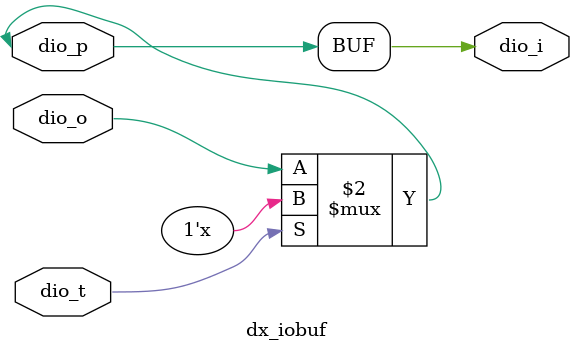
<source format=v>
module dx_iobuf #(
    parameter DATA_WIDTH = 1
) (
    input  wire [(DATA_WIDTH-1):0] dio_t,
    // dio_t = 1, for input  at inout port, out_sig -> dio_p -> dio_i
    // dio_t = 0, for output at inout port, out_sig <- dio_p <- dio_o
    output wire [(DATA_WIDTH-1):0] dio_i,
    input  wire [(DATA_WIDTH-1):0] dio_o,
    inout  wire [(DATA_WIDTH-1):0] dio_p
);

genvar n;
generate
    for (n = 0; n < DATA_WIDTH; n = n + 1) begin
        assign dio_i[n] = dio_p[n];
        assign dio_p[n] = (dio_t[n] == 1'b1) ? 1'bz : dio_o[n];
    end
endgenerate

endmodule

</source>
